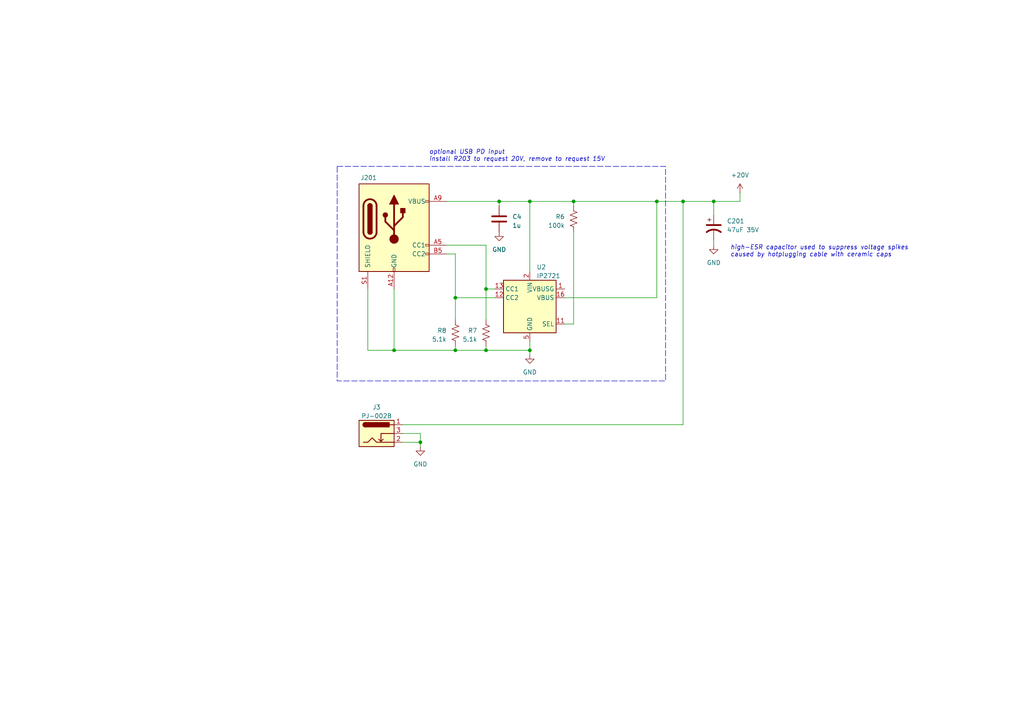
<source format=kicad_sch>
(kicad_sch
	(version 20250114)
	(generator "eeschema")
	(generator_version "9.0")
	(uuid "62756053-8f92-41aa-9a46-2fc6947760b2")
	(paper "A4")
	(lib_symbols
		(symbol "Connector:Barrel_Jack_Switch"
			(pin_names
				(hide yes)
			)
			(exclude_from_sim no)
			(in_bom yes)
			(on_board yes)
			(property "Reference" "J"
				(at 0 5.334 0)
				(effects
					(font
						(size 1.27 1.27)
					)
				)
			)
			(property "Value" "Barrel_Jack_Switch"
				(at 0 -5.08 0)
				(effects
					(font
						(size 1.27 1.27)
					)
				)
			)
			(property "Footprint" ""
				(at 1.27 -1.016 0)
				(effects
					(font
						(size 1.27 1.27)
					)
					(hide yes)
				)
			)
			(property "Datasheet" "~"
				(at 1.27 -1.016 0)
				(effects
					(font
						(size 1.27 1.27)
					)
					(hide yes)
				)
			)
			(property "Description" "DC Barrel Jack with an internal switch"
				(at 0 0 0)
				(effects
					(font
						(size 1.27 1.27)
					)
					(hide yes)
				)
			)
			(property "ki_keywords" "DC power barrel jack connector"
				(at 0 0 0)
				(effects
					(font
						(size 1.27 1.27)
					)
					(hide yes)
				)
			)
			(property "ki_fp_filters" "BarrelJack*"
				(at 0 0 0)
				(effects
					(font
						(size 1.27 1.27)
					)
					(hide yes)
				)
			)
			(symbol "Barrel_Jack_Switch_0_1"
				(rectangle
					(start -5.08 3.81)
					(end 5.08 -3.81)
					(stroke
						(width 0.254)
						(type default)
					)
					(fill
						(type background)
					)
				)
				(polyline
					(pts
						(xy -3.81 -2.54) (xy -2.54 -2.54) (xy -1.27 -1.27) (xy 0 -2.54) (xy 2.54 -2.54) (xy 5.08 -2.54)
					)
					(stroke
						(width 0.254)
						(type default)
					)
					(fill
						(type none)
					)
				)
				(arc
					(start -3.302 1.905)
					(mid -3.9343 2.54)
					(end -3.302 3.175)
					(stroke
						(width 0.254)
						(type default)
					)
					(fill
						(type none)
					)
				)
				(arc
					(start -3.302 1.905)
					(mid -3.9343 2.54)
					(end -3.302 3.175)
					(stroke
						(width 0.254)
						(type default)
					)
					(fill
						(type outline)
					)
				)
				(polyline
					(pts
						(xy 1.27 -2.286) (xy 1.905 -1.651)
					)
					(stroke
						(width 0.254)
						(type default)
					)
					(fill
						(type none)
					)
				)
				(rectangle
					(start 3.683 3.175)
					(end -3.302 1.905)
					(stroke
						(width 0.254)
						(type default)
					)
					(fill
						(type outline)
					)
				)
				(polyline
					(pts
						(xy 5.08 2.54) (xy 3.81 2.54)
					)
					(stroke
						(width 0.254)
						(type default)
					)
					(fill
						(type none)
					)
				)
				(polyline
					(pts
						(xy 5.08 0) (xy 1.27 0) (xy 1.27 -2.286) (xy 0.635 -1.651)
					)
					(stroke
						(width 0.254)
						(type default)
					)
					(fill
						(type none)
					)
				)
			)
			(symbol "Barrel_Jack_Switch_1_1"
				(pin passive line
					(at 7.62 2.54 180)
					(length 2.54)
					(name "~"
						(effects
							(font
								(size 1.27 1.27)
							)
						)
					)
					(number "1"
						(effects
							(font
								(size 1.27 1.27)
							)
						)
					)
				)
				(pin passive line
					(at 7.62 0 180)
					(length 2.54)
					(name "~"
						(effects
							(font
								(size 1.27 1.27)
							)
						)
					)
					(number "3"
						(effects
							(font
								(size 1.27 1.27)
							)
						)
					)
				)
				(pin passive line
					(at 7.62 -2.54 180)
					(length 2.54)
					(name "~"
						(effects
							(font
								(size 1.27 1.27)
							)
						)
					)
					(number "2"
						(effects
							(font
								(size 1.27 1.27)
							)
						)
					)
				)
			)
			(embedded_fonts no)
		)
		(symbol "Connector:USB_C_Receptacle_PowerOnly_6P"
			(pin_names
				(offset 1.016)
			)
			(exclude_from_sim no)
			(in_bom yes)
			(on_board yes)
			(property "Reference" "J"
				(at 0 16.51 0)
				(effects
					(font
						(size 1.27 1.27)
					)
					(justify bottom)
				)
			)
			(property "Value" "USB_C_Receptacle_PowerOnly_6P"
				(at 0 13.97 0)
				(effects
					(font
						(size 1.27 1.27)
					)
					(justify bottom)
				)
			)
			(property "Footprint" ""
				(at 3.81 2.54 0)
				(effects
					(font
						(size 1.27 1.27)
					)
					(hide yes)
				)
			)
			(property "Datasheet" "https://www.usb.org/sites/default/files/documents/usb_type-c.zip"
				(at 0 0 0)
				(effects
					(font
						(size 1.27 1.27)
					)
					(hide yes)
				)
			)
			(property "Description" "USB Power-Only 6P Type-C Receptacle connector"
				(at 0 0 0)
				(effects
					(font
						(size 1.27 1.27)
					)
					(hide yes)
				)
			)
			(property "ki_keywords" "usb universal serial bus type-C power-only charging-only 6P 6C"
				(at 0 0 0)
				(effects
					(font
						(size 1.27 1.27)
					)
					(hide yes)
				)
			)
			(property "ki_fp_filters" "USB*C*Receptacle*"
				(at 0 0 0)
				(effects
					(font
						(size 1.27 1.27)
					)
					(hide yes)
				)
			)
			(symbol "USB_C_Receptacle_PowerOnly_6P_0_0"
				(rectangle
					(start -0.254 -12.7)
					(end 0.254 -11.684)
					(stroke
						(width 0)
						(type default)
					)
					(fill
						(type none)
					)
				)
				(rectangle
					(start 10.16 7.874)
					(end 9.144 7.366)
					(stroke
						(width 0)
						(type default)
					)
					(fill
						(type none)
					)
				)
				(rectangle
					(start 10.16 -4.826)
					(end 9.144 -5.334)
					(stroke
						(width 0)
						(type default)
					)
					(fill
						(type none)
					)
				)
				(rectangle
					(start 10.16 -7.366)
					(end 9.144 -7.874)
					(stroke
						(width 0)
						(type default)
					)
					(fill
						(type none)
					)
				)
			)
			(symbol "USB_C_Receptacle_PowerOnly_6P_0_1"
				(rectangle
					(start -10.16 12.7)
					(end 10.16 -12.7)
					(stroke
						(width 0.254)
						(type default)
					)
					(fill
						(type background)
					)
				)
				(polyline
					(pts
						(xy -8.89 -1.27) (xy -8.89 6.35)
					)
					(stroke
						(width 0.508)
						(type default)
					)
					(fill
						(type none)
					)
				)
				(rectangle
					(start -7.62 -1.27)
					(end -6.35 6.35)
					(stroke
						(width 0.254)
						(type default)
					)
					(fill
						(type outline)
					)
				)
				(arc
					(start -7.62 6.35)
					(mid -6.985 6.9823)
					(end -6.35 6.35)
					(stroke
						(width 0.254)
						(type default)
					)
					(fill
						(type none)
					)
				)
				(arc
					(start -7.62 6.35)
					(mid -6.985 6.9823)
					(end -6.35 6.35)
					(stroke
						(width 0.254)
						(type default)
					)
					(fill
						(type outline)
					)
				)
				(arc
					(start -8.89 6.35)
					(mid -6.985 8.2467)
					(end -5.08 6.35)
					(stroke
						(width 0.508)
						(type default)
					)
					(fill
						(type none)
					)
				)
				(arc
					(start -5.08 -1.27)
					(mid -6.985 -3.1667)
					(end -8.89 -1.27)
					(stroke
						(width 0.508)
						(type default)
					)
					(fill
						(type none)
					)
				)
				(arc
					(start -6.35 -1.27)
					(mid -6.985 -1.9023)
					(end -7.62 -1.27)
					(stroke
						(width 0.254)
						(type default)
					)
					(fill
						(type none)
					)
				)
				(arc
					(start -6.35 -1.27)
					(mid -6.985 -1.9023)
					(end -7.62 -1.27)
					(stroke
						(width 0.254)
						(type default)
					)
					(fill
						(type outline)
					)
				)
				(polyline
					(pts
						(xy -5.08 6.35) (xy -5.08 -1.27)
					)
					(stroke
						(width 0.508)
						(type default)
					)
					(fill
						(type none)
					)
				)
				(circle
					(center -2.54 3.683)
					(radius 0.635)
					(stroke
						(width 0.254)
						(type default)
					)
					(fill
						(type outline)
					)
				)
				(polyline
					(pts
						(xy -1.27 6.858) (xy 0 9.398) (xy 1.27 6.858) (xy -1.27 6.858)
					)
					(stroke
						(width 0.254)
						(type default)
					)
					(fill
						(type outline)
					)
				)
				(polyline
					(pts
						(xy 0 0.508) (xy 2.54 3.048) (xy 2.54 4.318)
					)
					(stroke
						(width 0.508)
						(type default)
					)
					(fill
						(type none)
					)
				)
				(polyline
					(pts
						(xy 0 -0.762) (xy -2.54 1.778) (xy -2.54 3.048)
					)
					(stroke
						(width 0.508)
						(type default)
					)
					(fill
						(type none)
					)
				)
				(polyline
					(pts
						(xy 0 -3.302) (xy 0 6.858)
					)
					(stroke
						(width 0.508)
						(type default)
					)
					(fill
						(type none)
					)
				)
				(circle
					(center 0 -3.302)
					(radius 1.27)
					(stroke
						(width 0)
						(type default)
					)
					(fill
						(type outline)
					)
				)
				(rectangle
					(start 1.905 4.318)
					(end 3.175 5.588)
					(stroke
						(width 0.254)
						(type default)
					)
					(fill
						(type outline)
					)
				)
			)
			(symbol "USB_C_Receptacle_PowerOnly_6P_1_1"
				(pin passive line
					(at -7.62 -17.78 90)
					(length 5.08)
					(name "SHIELD"
						(effects
							(font
								(size 1.27 1.27)
							)
						)
					)
					(number "S1"
						(effects
							(font
								(size 1.27 1.27)
							)
						)
					)
				)
				(pin passive line
					(at 0 -17.78 90)
					(length 5.08)
					(name "GND"
						(effects
							(font
								(size 1.27 1.27)
							)
						)
					)
					(number "A12"
						(effects
							(font
								(size 1.27 1.27)
							)
						)
					)
				)
				(pin passive line
					(at 0 -17.78 90)
					(length 5.08)
					(hide yes)
					(name "GND"
						(effects
							(font
								(size 1.27 1.27)
							)
						)
					)
					(number "B12"
						(effects
							(font
								(size 1.27 1.27)
							)
						)
					)
				)
				(pin passive line
					(at 15.24 7.62 180)
					(length 5.08)
					(name "VBUS"
						(effects
							(font
								(size 1.27 1.27)
							)
						)
					)
					(number "A9"
						(effects
							(font
								(size 1.27 1.27)
							)
						)
					)
				)
				(pin passive line
					(at 15.24 7.62 180)
					(length 5.08)
					(hide yes)
					(name "VBUS"
						(effects
							(font
								(size 1.27 1.27)
							)
						)
					)
					(number "B9"
						(effects
							(font
								(size 1.27 1.27)
							)
						)
					)
				)
				(pin bidirectional line
					(at 15.24 -5.08 180)
					(length 5.08)
					(name "CC1"
						(effects
							(font
								(size 1.27 1.27)
							)
						)
					)
					(number "A5"
						(effects
							(font
								(size 1.27 1.27)
							)
						)
					)
				)
				(pin bidirectional line
					(at 15.24 -7.62 180)
					(length 5.08)
					(name "CC2"
						(effects
							(font
								(size 1.27 1.27)
							)
						)
					)
					(number "B5"
						(effects
							(font
								(size 1.27 1.27)
							)
						)
					)
				)
			)
			(embedded_fonts no)
		)
		(symbol "Device:C"
			(pin_numbers
				(hide yes)
			)
			(pin_names
				(offset 0.254)
			)
			(exclude_from_sim no)
			(in_bom yes)
			(on_board yes)
			(property "Reference" "C"
				(at 0.635 2.54 0)
				(effects
					(font
						(size 1.27 1.27)
					)
					(justify left)
				)
			)
			(property "Value" "C"
				(at 0.635 -2.54 0)
				(effects
					(font
						(size 1.27 1.27)
					)
					(justify left)
				)
			)
			(property "Footprint" ""
				(at 0.9652 -3.81 0)
				(effects
					(font
						(size 1.27 1.27)
					)
					(hide yes)
				)
			)
			(property "Datasheet" "~"
				(at 0 0 0)
				(effects
					(font
						(size 1.27 1.27)
					)
					(hide yes)
				)
			)
			(property "Description" "Unpolarized capacitor"
				(at 0 0 0)
				(effects
					(font
						(size 1.27 1.27)
					)
					(hide yes)
				)
			)
			(property "ki_keywords" "cap capacitor"
				(at 0 0 0)
				(effects
					(font
						(size 1.27 1.27)
					)
					(hide yes)
				)
			)
			(property "ki_fp_filters" "C_*"
				(at 0 0 0)
				(effects
					(font
						(size 1.27 1.27)
					)
					(hide yes)
				)
			)
			(symbol "C_0_1"
				(polyline
					(pts
						(xy -2.032 0.762) (xy 2.032 0.762)
					)
					(stroke
						(width 0.508)
						(type default)
					)
					(fill
						(type none)
					)
				)
				(polyline
					(pts
						(xy -2.032 -0.762) (xy 2.032 -0.762)
					)
					(stroke
						(width 0.508)
						(type default)
					)
					(fill
						(type none)
					)
				)
			)
			(symbol "C_1_1"
				(pin passive line
					(at 0 3.81 270)
					(length 2.794)
					(name "~"
						(effects
							(font
								(size 1.27 1.27)
							)
						)
					)
					(number "1"
						(effects
							(font
								(size 1.27 1.27)
							)
						)
					)
				)
				(pin passive line
					(at 0 -3.81 90)
					(length 2.794)
					(name "~"
						(effects
							(font
								(size 1.27 1.27)
							)
						)
					)
					(number "2"
						(effects
							(font
								(size 1.27 1.27)
							)
						)
					)
				)
			)
			(embedded_fonts no)
		)
		(symbol "Device:C_Polarized_US"
			(pin_numbers
				(hide yes)
			)
			(pin_names
				(offset 0.254)
				(hide yes)
			)
			(exclude_from_sim no)
			(in_bom yes)
			(on_board yes)
			(property "Reference" "C"
				(at 0.635 2.54 0)
				(effects
					(font
						(size 1.27 1.27)
					)
					(justify left)
				)
			)
			(property "Value" "C_Polarized_US"
				(at 0.635 -2.54 0)
				(effects
					(font
						(size 1.27 1.27)
					)
					(justify left)
				)
			)
			(property "Footprint" ""
				(at 0 0 0)
				(effects
					(font
						(size 1.27 1.27)
					)
					(hide yes)
				)
			)
			(property "Datasheet" "~"
				(at 0 0 0)
				(effects
					(font
						(size 1.27 1.27)
					)
					(hide yes)
				)
			)
			(property "Description" "Polarized capacitor, US symbol"
				(at 0 0 0)
				(effects
					(font
						(size 1.27 1.27)
					)
					(hide yes)
				)
			)
			(property "ki_keywords" "cap capacitor"
				(at 0 0 0)
				(effects
					(font
						(size 1.27 1.27)
					)
					(hide yes)
				)
			)
			(property "ki_fp_filters" "CP_*"
				(at 0 0 0)
				(effects
					(font
						(size 1.27 1.27)
					)
					(hide yes)
				)
			)
			(symbol "C_Polarized_US_0_1"
				(polyline
					(pts
						(xy -2.032 0.762) (xy 2.032 0.762)
					)
					(stroke
						(width 0.508)
						(type default)
					)
					(fill
						(type none)
					)
				)
				(polyline
					(pts
						(xy -1.778 2.286) (xy -0.762 2.286)
					)
					(stroke
						(width 0)
						(type default)
					)
					(fill
						(type none)
					)
				)
				(polyline
					(pts
						(xy -1.27 1.778) (xy -1.27 2.794)
					)
					(stroke
						(width 0)
						(type default)
					)
					(fill
						(type none)
					)
				)
				(arc
					(start -2.032 -1.27)
					(mid 0 -0.5572)
					(end 2.032 -1.27)
					(stroke
						(width 0.508)
						(type default)
					)
					(fill
						(type none)
					)
				)
			)
			(symbol "C_Polarized_US_1_1"
				(pin passive line
					(at 0 3.81 270)
					(length 2.794)
					(name "~"
						(effects
							(font
								(size 1.27 1.27)
							)
						)
					)
					(number "1"
						(effects
							(font
								(size 1.27 1.27)
							)
						)
					)
				)
				(pin passive line
					(at 0 -3.81 90)
					(length 3.302)
					(name "~"
						(effects
							(font
								(size 1.27 1.27)
							)
						)
					)
					(number "2"
						(effects
							(font
								(size 1.27 1.27)
							)
						)
					)
				)
			)
			(embedded_fonts no)
		)
		(symbol "Device:R_US"
			(pin_numbers
				(hide yes)
			)
			(pin_names
				(offset 0)
			)
			(exclude_from_sim no)
			(in_bom yes)
			(on_board yes)
			(property "Reference" "R"
				(at 2.54 0 90)
				(effects
					(font
						(size 1.27 1.27)
					)
				)
			)
			(property "Value" "R_US"
				(at -2.54 0 90)
				(effects
					(font
						(size 1.27 1.27)
					)
				)
			)
			(property "Footprint" ""
				(at 1.016 -0.254 90)
				(effects
					(font
						(size 1.27 1.27)
					)
					(hide yes)
				)
			)
			(property "Datasheet" "~"
				(at 0 0 0)
				(effects
					(font
						(size 1.27 1.27)
					)
					(hide yes)
				)
			)
			(property "Description" "Resistor, US symbol"
				(at 0 0 0)
				(effects
					(font
						(size 1.27 1.27)
					)
					(hide yes)
				)
			)
			(property "ki_keywords" "R res resistor"
				(at 0 0 0)
				(effects
					(font
						(size 1.27 1.27)
					)
					(hide yes)
				)
			)
			(property "ki_fp_filters" "R_*"
				(at 0 0 0)
				(effects
					(font
						(size 1.27 1.27)
					)
					(hide yes)
				)
			)
			(symbol "R_US_0_1"
				(polyline
					(pts
						(xy 0 2.286) (xy 0 2.54)
					)
					(stroke
						(width 0)
						(type default)
					)
					(fill
						(type none)
					)
				)
				(polyline
					(pts
						(xy 0 2.286) (xy 1.016 1.905) (xy 0 1.524) (xy -1.016 1.143) (xy 0 0.762)
					)
					(stroke
						(width 0)
						(type default)
					)
					(fill
						(type none)
					)
				)
				(polyline
					(pts
						(xy 0 0.762) (xy 1.016 0.381) (xy 0 0) (xy -1.016 -0.381) (xy 0 -0.762)
					)
					(stroke
						(width 0)
						(type default)
					)
					(fill
						(type none)
					)
				)
				(polyline
					(pts
						(xy 0 -0.762) (xy 1.016 -1.143) (xy 0 -1.524) (xy -1.016 -1.905) (xy 0 -2.286)
					)
					(stroke
						(width 0)
						(type default)
					)
					(fill
						(type none)
					)
				)
				(polyline
					(pts
						(xy 0 -2.286) (xy 0 -2.54)
					)
					(stroke
						(width 0)
						(type default)
					)
					(fill
						(type none)
					)
				)
			)
			(symbol "R_US_1_1"
				(pin passive line
					(at 0 3.81 270)
					(length 1.27)
					(name "~"
						(effects
							(font
								(size 1.27 1.27)
							)
						)
					)
					(number "1"
						(effects
							(font
								(size 1.27 1.27)
							)
						)
					)
				)
				(pin passive line
					(at 0 -3.81 90)
					(length 1.27)
					(name "~"
						(effects
							(font
								(size 1.27 1.27)
							)
						)
					)
					(number "2"
						(effects
							(font
								(size 1.27 1.27)
							)
						)
					)
				)
			)
			(embedded_fonts no)
		)
		(symbol "Interface_USB:IP2721"
			(exclude_from_sim no)
			(in_bom yes)
			(on_board yes)
			(property "Reference" "U"
				(at 5.08 -10.16 0)
				(effects
					(font
						(size 1.27 1.27)
					)
				)
			)
			(property "Value" "IP2721"
				(at 7.62 -12.7 0)
				(effects
					(font
						(size 1.27 1.27)
					)
				)
			)
			(property "Footprint" "Package_SO:TSSOP-16_4.4x5mm_P0.65mm"
				(at 0 -20.32 0)
				(effects
					(font
						(size 1.27 1.27)
					)
					(hide yes)
				)
			)
			(property "Datasheet" "https://datasheet.lcsc.com/lcsc/2006111335_INJOINIC-IP2721_C603176.pdf"
				(at 0 0 0)
				(effects
					(font
						(size 1.27 1.27)
					)
					(hide yes)
				)
			)
			(property "Description" "USB TYPEC  PD Controller Interface, TSSOP-16"
				(at 0 0 0)
				(effects
					(font
						(size 1.27 1.27)
					)
					(hide yes)
				)
			)
			(property "ki_keywords" "USB TYPEC PD"
				(at 0 0 0)
				(effects
					(font
						(size 1.27 1.27)
					)
					(hide yes)
				)
			)
			(property "ki_fp_filters" "TSSOP*16*4.4x5mm*P0.65mm*"
				(at 0 0 0)
				(effects
					(font
						(size 1.27 1.27)
					)
					(hide yes)
				)
			)
			(symbol "IP2721_0_1"
				(rectangle
					(start -7.62 7.62)
					(end 7.62 -7.62)
					(stroke
						(width 0.254)
						(type default)
					)
					(fill
						(type background)
					)
				)
			)
			(symbol "IP2721_1_1"
				(pin bidirectional line
					(at -10.16 5.08 0)
					(length 2.54)
					(name "CC1"
						(effects
							(font
								(size 1.27 1.27)
							)
						)
					)
					(number "13"
						(effects
							(font
								(size 1.27 1.27)
							)
						)
					)
				)
				(pin bidirectional line
					(at -10.16 2.54 0)
					(length 2.54)
					(name "CC2"
						(effects
							(font
								(size 1.27 1.27)
							)
						)
					)
					(number "12"
						(effects
							(font
								(size 1.27 1.27)
							)
						)
					)
				)
				(pin no_connect line
					(at -7.62 -2.54 0)
					(length 2.54)
					(hide yes)
					(name "NC"
						(effects
							(font
								(size 1.27 1.27)
							)
						)
					)
					(number "4"
						(effects
							(font
								(size 1.27 1.27)
							)
						)
					)
				)
				(pin no_connect line
					(at -5.08 7.62 270)
					(length 2.54)
					(hide yes)
					(name "NC"
						(effects
							(font
								(size 1.27 1.27)
							)
						)
					)
					(number "3"
						(effects
							(font
								(size 1.27 1.27)
							)
						)
					)
				)
				(pin no_connect line
					(at -5.08 -7.62 90)
					(length 2.54)
					(hide yes)
					(name "NC"
						(effects
							(font
								(size 1.27 1.27)
							)
						)
					)
					(number "9"
						(effects
							(font
								(size 1.27 1.27)
							)
						)
					)
				)
				(pin no_connect line
					(at -2.54 7.62 270)
					(length 2.54)
					(hide yes)
					(name "NC"
						(effects
							(font
								(size 1.27 1.27)
							)
						)
					)
					(number "6"
						(effects
							(font
								(size 1.27 1.27)
							)
						)
					)
				)
				(pin no_connect line
					(at -2.54 -7.62 90)
					(length 2.54)
					(hide yes)
					(name "NC"
						(effects
							(font
								(size 1.27 1.27)
							)
						)
					)
					(number "10"
						(effects
							(font
								(size 1.27 1.27)
							)
						)
					)
				)
				(pin power_in line
					(at 0 10.16 270)
					(length 2.54)
					(name "VIN"
						(effects
							(font
								(size 1.27 1.27)
							)
						)
					)
					(number "2"
						(effects
							(font
								(size 1.27 1.27)
							)
						)
					)
				)
				(pin power_in line
					(at 0 -10.16 90)
					(length 2.54)
					(name "GND"
						(effects
							(font
								(size 1.27 1.27)
							)
						)
					)
					(number "5"
						(effects
							(font
								(size 1.27 1.27)
							)
						)
					)
				)
				(pin no_connect line
					(at 2.54 7.62 90)
					(length 2.54)
					(hide yes)
					(name "NC"
						(effects
							(font
								(size 1.27 1.27)
							)
						)
					)
					(number "7"
						(effects
							(font
								(size 1.27 1.27)
							)
						)
					)
				)
				(pin no_connect line
					(at 2.54 -7.62 90)
					(length 2.54)
					(hide yes)
					(name "NC"
						(effects
							(font
								(size 1.27 1.27)
							)
						)
					)
					(number "14"
						(effects
							(font
								(size 1.27 1.27)
							)
						)
					)
				)
				(pin no_connect line
					(at 5.08 7.62 90)
					(length 2.54)
					(hide yes)
					(name "NC"
						(effects
							(font
								(size 1.27 1.27)
							)
						)
					)
					(number "8"
						(effects
							(font
								(size 1.27 1.27)
							)
						)
					)
				)
				(pin no_connect line
					(at 5.08 -7.62 90)
					(length 2.54)
					(hide yes)
					(name "NC"
						(effects
							(font
								(size 1.27 1.27)
							)
						)
					)
					(number "15"
						(effects
							(font
								(size 1.27 1.27)
							)
						)
					)
				)
				(pin output line
					(at 10.16 5.08 180)
					(length 2.54)
					(name "VBUSG"
						(effects
							(font
								(size 1.27 1.27)
							)
						)
					)
					(number "1"
						(effects
							(font
								(size 1.27 1.27)
							)
						)
					)
				)
				(pin input line
					(at 10.16 2.54 180)
					(length 2.54)
					(name "VBUS"
						(effects
							(font
								(size 1.27 1.27)
							)
						)
					)
					(number "16"
						(effects
							(font
								(size 1.27 1.27)
							)
						)
					)
				)
				(pin input line
					(at 10.16 -5.08 180)
					(length 2.54)
					(name "SEL"
						(effects
							(font
								(size 1.27 1.27)
							)
						)
					)
					(number "11"
						(effects
							(font
								(size 1.27 1.27)
							)
						)
					)
				)
			)
			(embedded_fonts no)
		)
		(symbol "power:+24V"
			(power)
			(pin_numbers
				(hide yes)
			)
			(pin_names
				(offset 0)
				(hide yes)
			)
			(exclude_from_sim no)
			(in_bom yes)
			(on_board yes)
			(property "Reference" "#PWR"
				(at 0 -3.81 0)
				(effects
					(font
						(size 1.27 1.27)
					)
					(hide yes)
				)
			)
			(property "Value" "+24V"
				(at 0 3.556 0)
				(effects
					(font
						(size 1.27 1.27)
					)
				)
			)
			(property "Footprint" ""
				(at 0 0 0)
				(effects
					(font
						(size 1.27 1.27)
					)
					(hide yes)
				)
			)
			(property "Datasheet" ""
				(at 0 0 0)
				(effects
					(font
						(size 1.27 1.27)
					)
					(hide yes)
				)
			)
			(property "Description" "Power symbol creates a global label with name \"+24V\""
				(at 0 0 0)
				(effects
					(font
						(size 1.27 1.27)
					)
					(hide yes)
				)
			)
			(property "ki_keywords" "global power"
				(at 0 0 0)
				(effects
					(font
						(size 1.27 1.27)
					)
					(hide yes)
				)
			)
			(symbol "+24V_0_1"
				(polyline
					(pts
						(xy -0.762 1.27) (xy 0 2.54)
					)
					(stroke
						(width 0)
						(type default)
					)
					(fill
						(type none)
					)
				)
				(polyline
					(pts
						(xy 0 2.54) (xy 0.762 1.27)
					)
					(stroke
						(width 0)
						(type default)
					)
					(fill
						(type none)
					)
				)
				(polyline
					(pts
						(xy 0 0) (xy 0 2.54)
					)
					(stroke
						(width 0)
						(type default)
					)
					(fill
						(type none)
					)
				)
			)
			(symbol "+24V_1_1"
				(pin power_in line
					(at 0 0 90)
					(length 0)
					(name "~"
						(effects
							(font
								(size 1.27 1.27)
							)
						)
					)
					(number "1"
						(effects
							(font
								(size 1.27 1.27)
							)
						)
					)
				)
			)
			(embedded_fonts no)
		)
		(symbol "power:GND"
			(power)
			(pin_names
				(offset 0)
			)
			(exclude_from_sim no)
			(in_bom yes)
			(on_board yes)
			(property "Reference" "#PWR"
				(at 0 -6.35 0)
				(effects
					(font
						(size 1.27 1.27)
					)
					(hide yes)
				)
			)
			(property "Value" "GND"
				(at 0 -3.81 0)
				(effects
					(font
						(size 1.27 1.27)
					)
				)
			)
			(property "Footprint" ""
				(at 0 0 0)
				(effects
					(font
						(size 1.27 1.27)
					)
					(hide yes)
				)
			)
			(property "Datasheet" ""
				(at 0 0 0)
				(effects
					(font
						(size 1.27 1.27)
					)
					(hide yes)
				)
			)
			(property "Description" "Power symbol creates a global label with name \"GND\" , ground"
				(at 0 0 0)
				(effects
					(font
						(size 1.27 1.27)
					)
					(hide yes)
				)
			)
			(property "ki_keywords" "global power"
				(at 0 0 0)
				(effects
					(font
						(size 1.27 1.27)
					)
					(hide yes)
				)
			)
			(symbol "GND_0_1"
				(polyline
					(pts
						(xy 0 0) (xy 0 -1.27) (xy 1.27 -1.27) (xy 0 -2.54) (xy -1.27 -1.27) (xy 0 -1.27)
					)
					(stroke
						(width 0)
						(type default)
					)
					(fill
						(type none)
					)
				)
			)
			(symbol "GND_1_1"
				(pin power_in line
					(at 0 0 270)
					(length 0)
					(hide yes)
					(name "GND"
						(effects
							(font
								(size 1.27 1.27)
							)
						)
					)
					(number "1"
						(effects
							(font
								(size 1.27 1.27)
							)
						)
					)
				)
			)
			(embedded_fonts no)
		)
	)
	(rectangle
		(start 97.79 48.26)
		(end 193.04 110.49)
		(stroke
			(width 0)
			(type dash)
		)
		(fill
			(type none)
		)
		(uuid 796311aa-81ec-4ccf-97e8-7b7105dbed67)
	)
	(text "optional USB PD input\ninstall R203 to request 20V, remove to request 15V"
		(exclude_from_sim no)
		(at 124.46 46.99 0)
		(effects
			(font
				(size 1.27 1.27)
				(italic yes)
			)
			(justify left bottom)
		)
		(uuid "a2ec0c3b-4340-4245-964d-58bde42e7104")
	)
	(text "high-ESR capacitor used to suppress voltage spikes \ncaused by hotplugging cable with ceramic caps"
		(exclude_from_sim no)
		(at 211.836 74.676 0)
		(effects
			(font
				(size 1.27 1.27)
				(italic yes)
			)
			(justify left bottom)
		)
		(uuid "e5f6d523-65ec-43eb-8919-81822710e0fd")
	)
	(junction
		(at 132.08 86.36)
		(diameter 0)
		(color 0 0 0 0)
		(uuid "270291f4-0d0d-457a-9bbd-5ec0da387111")
	)
	(junction
		(at 121.92 128.27)
		(diameter 0)
		(color 0 0 0 0)
		(uuid "281448b9-27f8-438f-b156-67efa9ec5582")
	)
	(junction
		(at 190.5 58.42)
		(diameter 0)
		(color 0 0 0 0)
		(uuid "58b03b9a-166b-4b27-928a-77a8793bbb66")
	)
	(junction
		(at 132.08 101.6)
		(diameter 0)
		(color 0 0 0 0)
		(uuid "6048bd87-edc4-4e1a-88c6-9d59e56a960a")
	)
	(junction
		(at 153.67 58.42)
		(diameter 0)
		(color 0 0 0 0)
		(uuid "6df2c057-2c69-4d16-9e39-c5573a06bffe")
	)
	(junction
		(at 198.12 58.42)
		(diameter 0)
		(color 0 0 0 0)
		(uuid "8911d8ee-8f6d-4446-9e8a-76729f48c42a")
	)
	(junction
		(at 207.01 58.42)
		(diameter 0)
		(color 0 0 0 0)
		(uuid "943d1b27-a161-4f08-9f5f-9ef21ef81ee3")
	)
	(junction
		(at 166.37 58.42)
		(diameter 0)
		(color 0 0 0 0)
		(uuid "954ffaa7-5a72-4251-b8d8-dbfeb189c7c8")
	)
	(junction
		(at 140.97 101.6)
		(diameter 0)
		(color 0 0 0 0)
		(uuid "a9c38d1f-ac37-4243-bc9b-d8b995cf7eae")
	)
	(junction
		(at 153.67 101.6)
		(diameter 0)
		(color 0 0 0 0)
		(uuid "bc0baf35-fb55-4abb-bbf7-50992592dd21")
	)
	(junction
		(at 114.3 101.6)
		(diameter 0)
		(color 0 0 0 0)
		(uuid "c6af0049-4223-4859-a76b-87877a2b1d31")
	)
	(junction
		(at 140.97 83.82)
		(diameter 0)
		(color 0 0 0 0)
		(uuid "cc9d0e1e-d00c-4ba0-8dc0-d750e4de6510")
	)
	(junction
		(at 144.78 58.42)
		(diameter 0)
		(color 0 0 0 0)
		(uuid "fac69fba-d407-43e8-90f8-b6f43f24f576")
	)
	(wire
		(pts
			(xy 140.97 100.33) (xy 140.97 101.6)
		)
		(stroke
			(width 0)
			(type default)
		)
		(uuid "02801d47-2f2a-4eea-ac65-1de30ee2abe2")
	)
	(wire
		(pts
			(xy 132.08 101.6) (xy 132.08 100.33)
		)
		(stroke
			(width 0)
			(type default)
		)
		(uuid "068f3a7d-c74c-4f53-bef0-d6f8f1d29284")
	)
	(wire
		(pts
			(xy 114.3 101.6) (xy 106.68 101.6)
		)
		(stroke
			(width 0)
			(type default)
		)
		(uuid "0aa8fb17-5914-4a0e-9d42-9c0124215e89")
	)
	(wire
		(pts
			(xy 132.08 101.6) (xy 140.97 101.6)
		)
		(stroke
			(width 0)
			(type default)
		)
		(uuid "0cd17908-32cd-42e0-a885-2fe9eb767755")
	)
	(wire
		(pts
			(xy 140.97 83.82) (xy 140.97 92.71)
		)
		(stroke
			(width 0)
			(type default)
		)
		(uuid "111e086f-dfcd-4f7a-9fce-760f781a06e7")
	)
	(wire
		(pts
			(xy 207.01 58.42) (xy 214.63 58.42)
		)
		(stroke
			(width 0)
			(type default)
		)
		(uuid "1bba054b-a696-4b79-a699-da7e3df1171b")
	)
	(wire
		(pts
			(xy 166.37 58.42) (xy 190.5 58.42)
		)
		(stroke
			(width 0)
			(type default)
		)
		(uuid "20f44743-bd73-4160-9feb-fc606f104ad4")
	)
	(wire
		(pts
			(xy 140.97 101.6) (xy 153.67 101.6)
		)
		(stroke
			(width 0)
			(type default)
		)
		(uuid "2258fc11-36de-43cf-9ef0-8c53264fb1c9")
	)
	(wire
		(pts
			(xy 129.54 58.42) (xy 144.78 58.42)
		)
		(stroke
			(width 0)
			(type default)
		)
		(uuid "2b56a4e5-eece-4713-aca8-ffdfba031c47")
	)
	(wire
		(pts
			(xy 190.5 86.36) (xy 163.83 86.36)
		)
		(stroke
			(width 0)
			(type default)
		)
		(uuid "395d47ca-c94d-4db3-bf15-ca01d39acb90")
	)
	(wire
		(pts
			(xy 121.92 125.73) (xy 121.92 128.27)
		)
		(stroke
			(width 0)
			(type default)
		)
		(uuid "3b0bd82d-02c1-44c0-9985-f8fdde975f02")
	)
	(wire
		(pts
			(xy 121.92 128.27) (xy 121.92 129.54)
		)
		(stroke
			(width 0)
			(type default)
		)
		(uuid "3fd4f179-5890-41f3-9c3f-0dbab0d330ed")
	)
	(wire
		(pts
			(xy 114.3 83.82) (xy 114.3 101.6)
		)
		(stroke
			(width 0)
			(type default)
		)
		(uuid "4220c492-7142-455f-a08c-48a1c0949f3c")
	)
	(wire
		(pts
			(xy 144.78 58.42) (xy 144.78 59.69)
		)
		(stroke
			(width 0)
			(type default)
		)
		(uuid "479f22bb-885c-4d6e-aa62-bd0b19b4d850")
	)
	(wire
		(pts
			(xy 190.5 58.42) (xy 198.12 58.42)
		)
		(stroke
			(width 0)
			(type default)
		)
		(uuid "4bb22ca3-e46d-4984-b4d4-84df9444ed2f")
	)
	(wire
		(pts
			(xy 153.67 99.06) (xy 153.67 101.6)
		)
		(stroke
			(width 0)
			(type default)
		)
		(uuid "4d90022b-ea1a-4307-b87b-9054ac723118")
	)
	(wire
		(pts
			(xy 106.68 83.82) (xy 106.68 101.6)
		)
		(stroke
			(width 0)
			(type default)
		)
		(uuid "56505e59-aef8-4e35-b733-8a45ff449730")
	)
	(wire
		(pts
			(xy 114.3 101.6) (xy 132.08 101.6)
		)
		(stroke
			(width 0)
			(type default)
		)
		(uuid "5733b790-7149-4d5d-a39a-398ce67eaac5")
	)
	(wire
		(pts
			(xy 207.01 58.42) (xy 198.12 58.42)
		)
		(stroke
			(width 0)
			(type default)
		)
		(uuid "58ef8b8b-3bf2-429e-8097-fddedffda1bd")
	)
	(wire
		(pts
			(xy 129.54 71.12) (xy 140.97 71.12)
		)
		(stroke
			(width 0)
			(type default)
		)
		(uuid "6192f2bc-a12c-4591-8747-5b0229334dea")
	)
	(wire
		(pts
			(xy 153.67 58.42) (xy 166.37 58.42)
		)
		(stroke
			(width 0)
			(type default)
		)
		(uuid "695e307f-6ef0-4267-a74e-db8ecc34467f")
	)
	(wire
		(pts
			(xy 121.92 128.27) (xy 116.84 128.27)
		)
		(stroke
			(width 0)
			(type default)
		)
		(uuid "6d0b79e2-0bce-459f-b82a-672dbb27690c")
	)
	(wire
		(pts
			(xy 116.84 125.73) (xy 121.92 125.73)
		)
		(stroke
			(width 0)
			(type default)
		)
		(uuid "7453bc80-7e3e-4494-9532-098e8c1e0164")
	)
	(wire
		(pts
			(xy 116.84 123.19) (xy 198.12 123.19)
		)
		(stroke
			(width 0)
			(type default)
		)
		(uuid "7818a50e-154e-4c66-a3ae-449d34a8f51c")
	)
	(wire
		(pts
			(xy 214.63 55.88) (xy 214.63 58.42)
		)
		(stroke
			(width 0)
			(type default)
		)
		(uuid "7c92e78b-3431-459d-86b9-6e790aacde9d")
	)
	(wire
		(pts
			(xy 190.5 58.42) (xy 190.5 86.36)
		)
		(stroke
			(width 0)
			(type default)
		)
		(uuid "86228951-3c59-487f-9c08-5c3896626563")
	)
	(wire
		(pts
			(xy 198.12 123.19) (xy 198.12 58.42)
		)
		(stroke
			(width 0)
			(type default)
		)
		(uuid "9a71e2d2-56e0-47f0-97a2-a241501d81d3")
	)
	(wire
		(pts
			(xy 132.08 73.66) (xy 129.54 73.66)
		)
		(stroke
			(width 0)
			(type default)
		)
		(uuid "9da1e92f-ab5a-4d4c-be7b-83a10d889807")
	)
	(wire
		(pts
			(xy 153.67 102.87) (xy 153.67 101.6)
		)
		(stroke
			(width 0)
			(type default)
		)
		(uuid "9f483dd4-abe5-4757-bab1-f6775ef60914")
	)
	(wire
		(pts
			(xy 207.01 62.23) (xy 207.01 58.42)
		)
		(stroke
			(width 0)
			(type default)
		)
		(uuid "aad81eaa-66a1-44df-a31e-4fe3b213f327")
	)
	(wire
		(pts
			(xy 140.97 83.82) (xy 143.51 83.82)
		)
		(stroke
			(width 0)
			(type default)
		)
		(uuid "aec540c0-9c10-4790-b113-efcdd5f2de42")
	)
	(wire
		(pts
			(xy 166.37 93.98) (xy 166.37 67.31)
		)
		(stroke
			(width 0)
			(type default)
		)
		(uuid "b27f6613-6268-4004-a785-6ced1dbe4f5a")
	)
	(wire
		(pts
			(xy 144.78 58.42) (xy 153.67 58.42)
		)
		(stroke
			(width 0)
			(type default)
		)
		(uuid "bbf9caed-2d56-4397-bacb-88ee8c6b00ce")
	)
	(wire
		(pts
			(xy 153.67 58.42) (xy 153.67 78.74)
		)
		(stroke
			(width 0)
			(type default)
		)
		(uuid "c3f9c830-af10-48ba-b586-06283ce06c6f")
	)
	(wire
		(pts
			(xy 163.83 93.98) (xy 166.37 93.98)
		)
		(stroke
			(width 0)
			(type default)
		)
		(uuid "c8b5a00d-73a2-4ba1-86cb-6fc9d2b3cf43")
	)
	(wire
		(pts
			(xy 132.08 86.36) (xy 132.08 73.66)
		)
		(stroke
			(width 0)
			(type default)
		)
		(uuid "d893330b-167a-45d5-ab9f-5507517135c4")
	)
	(wire
		(pts
			(xy 207.01 71.12) (xy 207.01 69.85)
		)
		(stroke
			(width 0)
			(type default)
		)
		(uuid "db4bf17c-2c9f-471d-a9dd-0459769dea2c")
	)
	(wire
		(pts
			(xy 140.97 71.12) (xy 140.97 83.82)
		)
		(stroke
			(width 0)
			(type default)
		)
		(uuid "eac73d06-86fb-4c33-b93c-a3ba2dd43f2b")
	)
	(wire
		(pts
			(xy 166.37 58.42) (xy 166.37 59.69)
		)
		(stroke
			(width 0)
			(type default)
		)
		(uuid "ef8ef2ed-db81-4ae0-bac8-b6bf5b329ea5")
	)
	(wire
		(pts
			(xy 132.08 92.71) (xy 132.08 86.36)
		)
		(stroke
			(width 0)
			(type default)
		)
		(uuid "f4aa2fd2-219e-44dd-a1f1-04c91fdb52fb")
	)
	(wire
		(pts
			(xy 132.08 86.36) (xy 143.51 86.36)
		)
		(stroke
			(width 0)
			(type default)
		)
		(uuid "fe353aeb-c528-4ba3-9f47-1d74a878189a")
	)
	(symbol
		(lib_id "Device:C_Polarized_US")
		(at 207.01 66.04 0)
		(unit 1)
		(exclude_from_sim no)
		(in_bom yes)
		(on_board yes)
		(dnp no)
		(fields_autoplaced yes)
		(uuid "15fa3437-963f-4a64-b702-765b70ca8b6e")
		(property "Reference" "C201"
			(at 210.82 64.1349 0)
			(effects
				(font
					(size 1.27 1.27)
				)
				(justify left)
			)
		)
		(property "Value" "47uF 35V"
			(at 210.82 66.6749 0)
			(effects
				(font
					(size 1.27 1.27)
				)
				(justify left)
			)
		)
		(property "Footprint" "Capacitor_SMD:CP_Elec_6.3x5.8"
			(at 207.01 66.04 0)
			(effects
				(font
					(size 1.27 1.27)
				)
				(hide yes)
			)
		)
		(property "Datasheet" "~"
			(at 207.01 66.04 0)
			(effects
				(font
					(size 1.27 1.27)
				)
				(hide yes)
			)
		)
		(property "Description" "Polarized capacitor, US symbol"
			(at 207.01 66.04 0)
			(effects
				(font
					(size 1.27 1.27)
				)
				(hide yes)
			)
		)
		(property "LCSC" "C178565"
			(at 207.01 66.04 0)
			(effects
				(font
					(size 1.27 1.27)
				)
				(hide yes)
			)
		)
		(property "MPN" "EEEFK1V470P"
			(at 207.01 66.04 0)
			(effects
				(font
					(size 1.27 1.27)
				)
				(hide yes)
			)
		)
		(property "Sim.Enable" ""
			(at 207.01 66.04 0)
			(effects
				(font
					(size 1.27 1.27)
				)
			)
		)
		(pin "1"
			(uuid "ae6a3ae1-8da8-49e1-9c96-2145d3ecc93d")
		)
		(pin "2"
			(uuid "691ac617-23f2-44a4-8f1f-1e6be501a930")
		)
		(instances
			(project ""
				(path "/63cba488-b124-45a5-8c04-7c074fb2a8aa/afcc1f7d-e242-43c5-82be-e1054f4bb4ab"
					(reference "C201")
					(unit 1)
				)
			)
		)
	)
	(symbol
		(lib_id "power:GND")
		(at 144.78 67.31 0)
		(unit 1)
		(exclude_from_sim no)
		(in_bom yes)
		(on_board yes)
		(dnp no)
		(fields_autoplaced yes)
		(uuid "1a8b9e5f-ad01-4a8b-a086-c981e6fb077e")
		(property "Reference" "#PWR09"
			(at 144.78 73.66 0)
			(effects
				(font
					(size 1.27 1.27)
				)
				(hide yes)
			)
		)
		(property "Value" "GND"
			(at 144.78 72.39 0)
			(effects
				(font
					(size 1.27 1.27)
				)
			)
		)
		(property "Footprint" ""
			(at 144.78 67.31 0)
			(effects
				(font
					(size 1.27 1.27)
				)
				(hide yes)
			)
		)
		(property "Datasheet" ""
			(at 144.78 67.31 0)
			(effects
				(font
					(size 1.27 1.27)
				)
				(hide yes)
			)
		)
		(property "Description" ""
			(at 144.78 67.31 0)
			(effects
				(font
					(size 1.27 1.27)
				)
				(hide yes)
			)
		)
		(pin "1"
			(uuid "efcc2c05-6be4-456d-8a93-2f62f2bde7f5")
		)
		(instances
			(project "boostdriver-al8853"
				(path "/00727dd6-05dc-45da-8b8a-290f08de5929"
					(reference "#PWR09")
					(unit 1)
				)
				(path "/00727dd6-05dc-45da-8b8a-290f08de5929/3744c170-bbff-4e9f-bb30-8b581ef6d196"
					(reference "#PWR0202")
					(unit 1)
				)
			)
			(project "backlight"
				(path "/63cba488-b124-45a5-8c04-7c074fb2a8aa/afcc1f7d-e242-43c5-82be-e1054f4bb4ab"
					(reference "#PWR09")
					(unit 1)
				)
			)
		)
	)
	(symbol
		(lib_id "Connector:USB_C_Receptacle_PowerOnly_6P")
		(at 114.3 66.04 0)
		(unit 1)
		(exclude_from_sim no)
		(in_bom yes)
		(on_board yes)
		(dnp no)
		(uuid "2312c88a-883e-4aae-8147-b770f88ced96")
		(property "Reference" "J201"
			(at 106.934 51.562 0)
			(effects
				(font
					(size 1.27 1.27)
				)
			)
		)
		(property "Value" "USB_C_Receptacle_PowerOnly_6P"
			(at 114.3 50.8 0)
			(effects
				(font
					(size 1.27 1.27)
				)
				(hide yes)
			)
		)
		(property "Footprint" "Custom:USB_C_Receptacle_6PIN_generic"
			(at 118.11 63.5 0)
			(effects
				(font
					(size 1.27 1.27)
				)
				(hide yes)
			)
		)
		(property "Datasheet" "https://www.usb.org/sites/default/files/documents/usb_type-c.zip"
			(at 114.3 66.04 0)
			(effects
				(font
					(size 1.27 1.27)
				)
				(hide yes)
			)
		)
		(property "Description" "USB Power-Only 6P Type-C Receptacle connector"
			(at 114.3 66.04 0)
			(effects
				(font
					(size 1.27 1.27)
				)
				(hide yes)
			)
		)
		(property "LCSC" "C668623"
			(at 114.3 66.04 0)
			(effects
				(font
					(size 1.27 1.27)
				)
				(hide yes)
			)
		)
		(property "MPN" "TYPE-C 6P(073) "
			(at 114.3 66.04 0)
			(effects
				(font
					(size 1.27 1.27)
				)
				(hide yes)
			)
		)
		(property "Sim.Enable" ""
			(at 114.3 66.04 0)
			(effects
				(font
					(size 1.27 1.27)
				)
			)
		)
		(pin "S1"
			(uuid "21ef5baf-f10c-4fe2-b120-405144f0ebff")
		)
		(pin "B5"
			(uuid "62c83c2d-6bcc-44aa-ae78-dea3db056110")
		)
		(pin "B12"
			(uuid "b1edf6ba-ff59-4ad4-a6be-808698717125")
		)
		(pin "A5"
			(uuid "cd4bcd01-795e-4d6d-90ee-ff6b814caf3c")
		)
		(pin "A9"
			(uuid "772def7f-ff0a-4a5e-a2d2-243d50a2c847")
		)
		(pin "A12"
			(uuid "04b25cd6-6d49-4726-8258-6ad16712a6f6")
		)
		(pin "B9"
			(uuid "0238ead2-e0fd-46af-a347-241ce80b81a4")
		)
		(instances
			(project ""
				(path "/63cba488-b124-45a5-8c04-7c074fb2a8aa/afcc1f7d-e242-43c5-82be-e1054f4bb4ab"
					(reference "J201")
					(unit 1)
				)
			)
		)
	)
	(symbol
		(lib_id "power:+24V")
		(at 214.63 55.88 0)
		(unit 1)
		(exclude_from_sim no)
		(in_bom yes)
		(on_board yes)
		(dnp no)
		(fields_autoplaced yes)
		(uuid "27bc65f9-72eb-4896-b396-78b1b909bff9")
		(property "Reference" "#PWR03"
			(at 214.63 59.69 0)
			(effects
				(font
					(size 1.27 1.27)
				)
				(hide yes)
			)
		)
		(property "Value" "+20V"
			(at 214.63 50.8 0)
			(effects
				(font
					(size 1.27 1.27)
				)
			)
		)
		(property "Footprint" ""
			(at 214.63 55.88 0)
			(effects
				(font
					(size 1.27 1.27)
				)
				(hide yes)
			)
		)
		(property "Datasheet" ""
			(at 214.63 55.88 0)
			(effects
				(font
					(size 1.27 1.27)
				)
				(hide yes)
			)
		)
		(property "Description" "Power symbol creates a global label with name \"+24V\""
			(at 214.63 55.88 0)
			(effects
				(font
					(size 1.27 1.27)
				)
				(hide yes)
			)
		)
		(pin "1"
			(uuid "07e5facb-d83a-4196-9567-445dfbd1699b")
		)
		(instances
			(project "backlight"
				(path "/63cba488-b124-45a5-8c04-7c074fb2a8aa/afcc1f7d-e242-43c5-82be-e1054f4bb4ab"
					(reference "#PWR03")
					(unit 1)
				)
			)
		)
	)
	(symbol
		(lib_id "power:GND")
		(at 207.01 71.12 0)
		(unit 1)
		(exclude_from_sim no)
		(in_bom yes)
		(on_board yes)
		(dnp no)
		(fields_autoplaced yes)
		(uuid "3b7948c7-0d0a-44da-ba38-bb3f29e1f0fc")
		(property "Reference" "#PWR0103"
			(at 207.01 77.47 0)
			(effects
				(font
					(size 1.27 1.27)
				)
				(hide yes)
			)
		)
		(property "Value" "GND"
			(at 207.01 76.2 0)
			(effects
				(font
					(size 1.27 1.27)
				)
			)
		)
		(property "Footprint" ""
			(at 207.01 71.12 0)
			(effects
				(font
					(size 1.27 1.27)
				)
				(hide yes)
			)
		)
		(property "Datasheet" ""
			(at 207.01 71.12 0)
			(effects
				(font
					(size 1.27 1.27)
				)
				(hide yes)
			)
		)
		(property "Description" ""
			(at 207.01 71.12 0)
			(effects
				(font
					(size 1.27 1.27)
				)
				(hide yes)
			)
		)
		(pin "1"
			(uuid "1fdd8ba3-b80d-4ee3-8f6e-72d05ea61c06")
		)
		(instances
			(project "backlight"
				(path "/63cba488-b124-45a5-8c04-7c074fb2a8aa/afcc1f7d-e242-43c5-82be-e1054f4bb4ab"
					(reference "#PWR0103")
					(unit 1)
				)
			)
		)
	)
	(symbol
		(lib_id "Device:R_US")
		(at 140.97 96.52 0)
		(unit 1)
		(exclude_from_sim no)
		(in_bom yes)
		(on_board yes)
		(dnp no)
		(uuid "3c84289c-f62a-4d78-8169-0d651791e9d4")
		(property "Reference" "R7"
			(at 138.43 95.885 0)
			(effects
				(font
					(size 1.27 1.27)
				)
				(justify right)
			)
		)
		(property "Value" "5.1k"
			(at 138.43 98.425 0)
			(effects
				(font
					(size 1.27 1.27)
				)
				(justify right)
			)
		)
		(property "Footprint" "Resistor_SMD:R_0603_1608Metric"
			(at 141.986 96.774 90)
			(effects
				(font
					(size 1.27 1.27)
				)
				(hide yes)
			)
		)
		(property "Datasheet" "~"
			(at 140.97 96.52 0)
			(effects
				(font
					(size 1.27 1.27)
				)
				(hide yes)
			)
		)
		(property "Description" ""
			(at 140.97 96.52 0)
			(effects
				(font
					(size 1.27 1.27)
				)
				(hide yes)
			)
		)
		(property "Note" "1%"
			(at 140.97 96.52 0)
			(effects
				(font
					(size 1.27 1.27)
				)
				(hide yes)
			)
		)
		(property "MPN" "Generic 5.1KOhm 0603 5%"
			(at 140.97 96.52 0)
			(effects
				(font
					(size 1.27 1.27)
				)
				(hide yes)
			)
		)
		(property "LCSC" "C23186"
			(at 140.97 96.52 0)
			(effects
				(font
					(size 1.27 1.27)
				)
				(hide yes)
			)
		)
		(property "Sim.Enable" ""
			(at 140.97 96.52 0)
			(effects
				(font
					(size 1.27 1.27)
				)
			)
		)
		(pin "1"
			(uuid "db14b0f4-4e39-4de9-990b-d00cc52b7de1")
		)
		(pin "2"
			(uuid "f46e29aa-5ac9-4ea3-9412-4c8208466b9e")
		)
		(instances
			(project "boostdriver-al8853"
				(path "/00727dd6-05dc-45da-8b8a-290f08de5929"
					(reference "R7")
					(unit 1)
				)
				(path "/00727dd6-05dc-45da-8b8a-290f08de5929/3744c170-bbff-4e9f-bb30-8b581ef6d196"
					(reference "R202")
					(unit 1)
				)
			)
			(project "backlight"
				(path "/63cba488-b124-45a5-8c04-7c074fb2a8aa/afcc1f7d-e242-43c5-82be-e1054f4bb4ab"
					(reference "R7")
					(unit 1)
				)
			)
		)
	)
	(symbol
		(lib_id "power:GND")
		(at 121.92 129.54 0)
		(unit 1)
		(exclude_from_sim no)
		(in_bom yes)
		(on_board yes)
		(dnp no)
		(fields_autoplaced yes)
		(uuid "422d64af-e67c-401b-8755-2b53c0c73f81")
		(property "Reference" "#PWR06"
			(at 121.92 135.89 0)
			(effects
				(font
					(size 1.27 1.27)
				)
				(hide yes)
			)
		)
		(property "Value" "GND"
			(at 121.92 134.62 0)
			(effects
				(font
					(size 1.27 1.27)
				)
			)
		)
		(property "Footprint" ""
			(at 121.92 129.54 0)
			(effects
				(font
					(size 1.27 1.27)
				)
				(hide yes)
			)
		)
		(property "Datasheet" ""
			(at 121.92 129.54 0)
			(effects
				(font
					(size 1.27 1.27)
				)
				(hide yes)
			)
		)
		(property "Description" ""
			(at 121.92 129.54 0)
			(effects
				(font
					(size 1.27 1.27)
				)
				(hide yes)
			)
		)
		(pin "1"
			(uuid "8a6f078f-f7c6-4ab4-9eac-eec5a822943e")
		)
		(instances
			(project "boostdriver-al8853"
				(path "/00727dd6-05dc-45da-8b8a-290f08de5929"
					(reference "#PWR06")
					(unit 1)
				)
				(path "/00727dd6-05dc-45da-8b8a-290f08de5929/3744c170-bbff-4e9f-bb30-8b581ef6d196"
					(reference "#PWR0201")
					(unit 1)
				)
			)
			(project "backlight"
				(path "/63cba488-b124-45a5-8c04-7c074fb2a8aa/afcc1f7d-e242-43c5-82be-e1054f4bb4ab"
					(reference "#PWR06")
					(unit 1)
				)
			)
		)
	)
	(symbol
		(lib_id "power:GND")
		(at 153.67 102.87 0)
		(unit 1)
		(exclude_from_sim no)
		(in_bom yes)
		(on_board yes)
		(dnp no)
		(fields_autoplaced yes)
		(uuid "47a3c7f6-3e74-4afb-aa86-49f2e4ecc9ca")
		(property "Reference" "#PWR0101"
			(at 153.67 109.22 0)
			(effects
				(font
					(size 1.27 1.27)
				)
				(hide yes)
			)
		)
		(property "Value" "GND"
			(at 153.67 107.95 0)
			(effects
				(font
					(size 1.27 1.27)
				)
			)
		)
		(property "Footprint" ""
			(at 153.67 102.87 0)
			(effects
				(font
					(size 1.27 1.27)
				)
				(hide yes)
			)
		)
		(property "Datasheet" ""
			(at 153.67 102.87 0)
			(effects
				(font
					(size 1.27 1.27)
				)
				(hide yes)
			)
		)
		(property "Description" ""
			(at 153.67 102.87 0)
			(effects
				(font
					(size 1.27 1.27)
				)
				(hide yes)
			)
		)
		(pin "1"
			(uuid "f4f18663-11c7-40fd-affc-16a0b79fe9ae")
		)
		(instances
			(project "boostdriver-al8853"
				(path "/00727dd6-05dc-45da-8b8a-290f08de5929"
					(reference "#PWR04")
					(unit 1)
				)
				(path "/00727dd6-05dc-45da-8b8a-290f08de5929/3744c170-bbff-4e9f-bb30-8b581ef6d196"
					(reference "#PWR0203")
					(unit 1)
				)
			)
			(project "backlight"
				(path "/63cba488-b124-45a5-8c04-7c074fb2a8aa/afcc1f7d-e242-43c5-82be-e1054f4bb4ab"
					(reference "#PWR0101")
					(unit 1)
				)
			)
		)
	)
	(symbol
		(lib_id "Interface_USB:IP2721")
		(at 153.67 88.9 0)
		(unit 1)
		(exclude_from_sim no)
		(in_bom yes)
		(on_board yes)
		(dnp no)
		(fields_autoplaced yes)
		(uuid "6512f8ed-5a39-4521-83eb-f3857560aeb8")
		(property "Reference" "U2"
			(at 155.6259 77.47 0)
			(effects
				(font
					(size 1.27 1.27)
				)
				(justify left)
			)
		)
		(property "Value" "IP2721"
			(at 155.6259 80.01 0)
			(effects
				(font
					(size 1.27 1.27)
				)
				(justify left)
			)
		)
		(property "Footprint" "Package_SO:TSSOP-16_4.4x5mm_P0.65mm"
			(at 153.67 109.22 0)
			(effects
				(font
					(size 1.27 1.27)
				)
				(hide yes)
			)
		)
		(property "Datasheet" "https://datasheet.lcsc.com/lcsc/2006111335_INJOINIC-IP2721_C603176.pdf"
			(at 153.67 88.9 0)
			(effects
				(font
					(size 1.27 1.27)
				)
				(hide yes)
			)
		)
		(property "Description" ""
			(at 153.67 88.9 0)
			(effects
				(font
					(size 1.27 1.27)
				)
				(hide yes)
			)
		)
		(property "Note" ""
			(at 153.67 88.9 0)
			(effects
				(font
					(size 1.27 1.27)
				)
				(hide yes)
			)
		)
		(property "MPN" "IP2721"
			(at 153.67 88.9 0)
			(effects
				(font
					(size 1.27 1.27)
				)
				(hide yes)
			)
		)
		(property "LCSC" "C603176"
			(at 153.67 88.9 0)
			(effects
				(font
					(size 1.27 1.27)
				)
				(hide yes)
			)
		)
		(property "Sim.Enable" ""
			(at 153.67 88.9 0)
			(effects
				(font
					(size 1.27 1.27)
				)
			)
		)
		(pin "1"
			(uuid "9f70173e-b557-4a40-8ea6-7dea679537d6")
		)
		(pin "10"
			(uuid "5bffe515-789d-46ac-bd72-a0cd2704850f")
		)
		(pin "11"
			(uuid "08ca3416-bcb3-4872-bd6d-d7fbc119dcec")
		)
		(pin "12"
			(uuid "f7274279-c99d-420b-b217-9c04cb5fbd0e")
		)
		(pin "13"
			(uuid "a113cd93-5d73-4177-a0f1-d38c390523aa")
		)
		(pin "14"
			(uuid "9f211eed-7a40-4ba8-bac5-0d4dab570434")
		)
		(pin "15"
			(uuid "979ce783-b472-44b1-a33c-48c7b0bc7bdc")
		)
		(pin "16"
			(uuid "ecacdc23-9a4a-48e9-bbf6-7dda017ca5d1")
		)
		(pin "2"
			(uuid "0b758183-6c2c-471e-9adc-a67da4dd6a7c")
		)
		(pin "3"
			(uuid "f520dc26-4f04-4bb6-a078-96bbb65a87b6")
		)
		(pin "4"
			(uuid "86649e90-ed0f-4840-9615-39bc76e583c5")
		)
		(pin "5"
			(uuid "fee8e50e-fb8d-4f05-a70f-b920913c35d4")
		)
		(pin "6"
			(uuid "a98a76ee-5938-4b75-a651-95b6f1618ce1")
		)
		(pin "7"
			(uuid "dbe3be5d-1e42-487a-8d83-bd6bdf47111c")
		)
		(pin "8"
			(uuid "d791a639-a0ba-4e72-86df-80cc19dd20f8")
		)
		(pin "9"
			(uuid "5a6b28fd-5a20-44be-beee-f48b43a52d99")
		)
		(instances
			(project "boostdriver-al8853"
				(path "/00727dd6-05dc-45da-8b8a-290f08de5929"
					(reference "U2")
					(unit 1)
				)
				(path "/00727dd6-05dc-45da-8b8a-290f08de5929/3744c170-bbff-4e9f-bb30-8b581ef6d196"
					(reference "U201")
					(unit 1)
				)
			)
			(project "backlight"
				(path "/63cba488-b124-45a5-8c04-7c074fb2a8aa/afcc1f7d-e242-43c5-82be-e1054f4bb4ab"
					(reference "U2")
					(unit 1)
				)
			)
		)
	)
	(symbol
		(lib_id "Device:C")
		(at 144.78 63.5 180)
		(unit 1)
		(exclude_from_sim no)
		(in_bom yes)
		(on_board yes)
		(dnp no)
		(fields_autoplaced yes)
		(uuid "84ec6ba4-b429-41e8-b956-a396d13bd84d")
		(property "Reference" "C4"
			(at 148.59 62.865 0)
			(effects
				(font
					(size 1.27 1.27)
				)
				(justify right)
			)
		)
		(property "Value" "1u"
			(at 148.59 65.405 0)
			(effects
				(font
					(size 1.27 1.27)
				)
				(justify right)
			)
		)
		(property "Footprint" "Capacitor_SMD:C_0805_2012Metric"
			(at 143.8148 59.69 0)
			(effects
				(font
					(size 1.27 1.27)
				)
				(hide yes)
			)
		)
		(property "Datasheet" "~"
			(at 144.78 63.5 0)
			(effects
				(font
					(size 1.27 1.27)
				)
				(hide yes)
			)
		)
		(property "Description" ""
			(at 144.78 63.5 0)
			(effects
				(font
					(size 1.27 1.27)
				)
				(hide yes)
			)
		)
		(property "Note" "35V X7R"
			(at 144.78 63.5 0)
			(effects
				(font
					(size 1.27 1.27)
				)
				(hide yes)
			)
		)
		(property "MPN" "Generic 1uF 50V 0805 X7R"
			(at 144.78 63.5 0)
			(effects
				(font
					(size 1.27 1.27)
				)
				(hide yes)
			)
		)
		(property "LCSC" "C28323"
			(at 144.78 63.5 0)
			(effects
				(font
					(size 1.27 1.27)
				)
				(hide yes)
			)
		)
		(property "Sim.Enable" ""
			(at 144.78 63.5 0)
			(effects
				(font
					(size 1.27 1.27)
				)
			)
		)
		(pin "1"
			(uuid "541fe4aa-33e6-404d-a2f0-61be6176f3a5")
		)
		(pin "2"
			(uuid "b12b763c-9eaa-4119-9056-6df711d455a9")
		)
		(instances
			(project "boostdriver-al8853"
				(path "/00727dd6-05dc-45da-8b8a-290f08de5929"
					(reference "C4")
					(unit 1)
				)
				(path "/00727dd6-05dc-45da-8b8a-290f08de5929/3744c170-bbff-4e9f-bb30-8b581ef6d196"
					(reference "C201")
					(unit 1)
				)
			)
			(project "backlight"
				(path "/63cba488-b124-45a5-8c04-7c074fb2a8aa/afcc1f7d-e242-43c5-82be-e1054f4bb4ab"
					(reference "C4")
					(unit 1)
				)
			)
		)
	)
	(symbol
		(lib_id "Connector:Barrel_Jack_Switch")
		(at 109.22 125.73 0)
		(unit 1)
		(exclude_from_sim no)
		(in_bom yes)
		(on_board yes)
		(dnp no)
		(fields_autoplaced yes)
		(uuid "919a989f-9fcb-4824-9bed-f49a4d4d9836")
		(property "Reference" "J3"
			(at 109.22 118.11 0)
			(effects
				(font
					(size 1.27 1.27)
				)
			)
		)
		(property "Value" "PJ-002B"
			(at 109.22 120.65 0)
			(effects
				(font
					(size 1.27 1.27)
				)
			)
		)
		(property "Footprint" "Custom:BarrelJack_GCT_DCJ200-10-A_Horizontal"
			(at 110.49 126.746 0)
			(effects
				(font
					(size 1.27 1.27)
				)
				(hide yes)
			)
		)
		(property "Datasheet" "~"
			(at 110.49 126.746 0)
			(effects
				(font
					(size 1.27 1.27)
				)
				(hide yes)
			)
		)
		(property "Description" ""
			(at 109.22 125.73 0)
			(effects
				(font
					(size 1.27 1.27)
				)
				(hide yes)
			)
		)
		(property "Note" ""
			(at 109.22 125.73 0)
			(effects
				(font
					(size 1.27 1.27)
				)
				(hide yes)
			)
		)
		(property "MPN" "DC-005-2.5A-2.0"
			(at 109.22 125.73 0)
			(effects
				(font
					(size 1.27 1.27)
				)
				(hide yes)
			)
		)
		(property "LCSC" "C319099"
			(at 109.22 125.73 0)
			(effects
				(font
					(size 1.27 1.27)
				)
				(hide yes)
			)
		)
		(property "Sim.Enable" ""
			(at 109.22 125.73 0)
			(effects
				(font
					(size 1.27 1.27)
				)
			)
		)
		(pin "1"
			(uuid "327923c1-459d-448b-8cc7-3775a220dee2")
		)
		(pin "2"
			(uuid "70ad1a59-d555-443d-a9e2-72a08bffd437")
		)
		(pin "3"
			(uuid "c7aa8390-4ed5-4057-8de7-efffa9c647ee")
		)
		(instances
			(project "boostdriver-al8853"
				(path "/00727dd6-05dc-45da-8b8a-290f08de5929"
					(reference "J3")
					(unit 1)
				)
				(path "/00727dd6-05dc-45da-8b8a-290f08de5929/3744c170-bbff-4e9f-bb30-8b581ef6d196"
					(reference "J201")
					(unit 1)
				)
			)
			(project "backlight"
				(path "/63cba488-b124-45a5-8c04-7c074fb2a8aa/afcc1f7d-e242-43c5-82be-e1054f4bb4ab"
					(reference "J3")
					(unit 1)
				)
			)
			(project "dimmer"
				(path "/e63e39d7-6ac0-4ffd-8aa3-1841a4541b55"
					(reference "J3")
					(unit 1)
				)
			)
		)
	)
	(symbol
		(lib_id "Device:R_US")
		(at 166.37 63.5 0)
		(unit 1)
		(exclude_from_sim no)
		(in_bom yes)
		(on_board yes)
		(dnp no)
		(uuid "d9aaef31-7376-4800-a991-153378b0a47b")
		(property "Reference" "R6"
			(at 163.83 62.865 0)
			(effects
				(font
					(size 1.27 1.27)
				)
				(justify right)
			)
		)
		(property "Value" "100k"
			(at 163.83 65.405 0)
			(effects
				(font
					(size 1.27 1.27)
				)
				(justify right)
			)
		)
		(property "Footprint" "Resistor_SMD:R_0603_1608Metric"
			(at 167.386 63.754 90)
			(effects
				(font
					(size 1.27 1.27)
				)
				(hide yes)
			)
		)
		(property "Datasheet" "~"
			(at 166.37 63.5 0)
			(effects
				(font
					(size 1.27 1.27)
				)
				(hide yes)
			)
		)
		(property "Description" ""
			(at 166.37 63.5 0)
			(effects
				(font
					(size 1.27 1.27)
				)
				(hide yes)
			)
		)
		(property "Note" "1%"
			(at 166.37 63.5 0)
			(effects
				(font
					(size 1.27 1.27)
				)
				(hide yes)
			)
		)
		(property "MPN" "Generic 100KOhm 0603 5%"
			(at 166.37 63.5 0)
			(effects
				(font
					(size 1.27 1.27)
				)
				(hide yes)
			)
		)
		(property "LCSC" "C25803"
			(at 166.37 63.5 0)
			(effects
				(font
					(size 1.27 1.27)
				)
				(hide yes)
			)
		)
		(property "Sim.Enable" ""
			(at 166.37 63.5 0)
			(effects
				(font
					(size 1.27 1.27)
				)
			)
		)
		(pin "1"
			(uuid "725a4668-6e21-4e1b-8714-949564fdb63a")
		)
		(pin "2"
			(uuid "460e1149-79be-40c8-98cb-a89125430518")
		)
		(instances
			(project "boostdriver-al8853"
				(path "/00727dd6-05dc-45da-8b8a-290f08de5929"
					(reference "R6")
					(unit 1)
				)
				(path "/00727dd6-05dc-45da-8b8a-290f08de5929/3744c170-bbff-4e9f-bb30-8b581ef6d196"
					(reference "R203")
					(unit 1)
				)
			)
			(project "backlight"
				(path "/63cba488-b124-45a5-8c04-7c074fb2a8aa/afcc1f7d-e242-43c5-82be-e1054f4bb4ab"
					(reference "R6")
					(unit 1)
				)
			)
		)
	)
	(symbol
		(lib_id "Device:R_US")
		(at 132.08 96.52 0)
		(unit 1)
		(exclude_from_sim no)
		(in_bom yes)
		(on_board yes)
		(dnp no)
		(uuid "f5df197b-7671-43e0-930c-8212db47276f")
		(property "Reference" "R8"
			(at 129.54 95.885 0)
			(effects
				(font
					(size 1.27 1.27)
				)
				(justify right)
			)
		)
		(property "Value" "5.1k"
			(at 129.54 98.425 0)
			(effects
				(font
					(size 1.27 1.27)
				)
				(justify right)
			)
		)
		(property "Footprint" "Resistor_SMD:R_0603_1608Metric"
			(at 133.096 96.774 90)
			(effects
				(font
					(size 1.27 1.27)
				)
				(hide yes)
			)
		)
		(property "Datasheet" "~"
			(at 132.08 96.52 0)
			(effects
				(font
					(size 1.27 1.27)
				)
				(hide yes)
			)
		)
		(property "Description" ""
			(at 132.08 96.52 0)
			(effects
				(font
					(size 1.27 1.27)
				)
				(hide yes)
			)
		)
		(property "Note" "1%"
			(at 132.08 96.52 0)
			(effects
				(font
					(size 1.27 1.27)
				)
				(hide yes)
			)
		)
		(property "MPN" "Generic 5.1KOhm 0603 5%"
			(at 132.08 96.52 0)
			(effects
				(font
					(size 1.27 1.27)
				)
				(hide yes)
			)
		)
		(property "LCSC" "C23186"
			(at 132.08 96.52 0)
			(effects
				(font
					(size 1.27 1.27)
				)
				(hide yes)
			)
		)
		(property "Sim.Enable" ""
			(at 132.08 96.52 0)
			(effects
				(font
					(size 1.27 1.27)
				)
			)
		)
		(pin "1"
			(uuid "07bb9270-e82c-42c1-84b8-1e245d41588f")
		)
		(pin "2"
			(uuid "bb6a79a5-f788-4d92-af43-6ab741915612")
		)
		(instances
			(project "boostdriver-al8853"
				(path "/00727dd6-05dc-45da-8b8a-290f08de5929"
					(reference "R8")
					(unit 1)
				)
				(path "/00727dd6-05dc-45da-8b8a-290f08de5929/3744c170-bbff-4e9f-bb30-8b581ef6d196"
					(reference "R201")
					(unit 1)
				)
			)
			(project "backlight"
				(path "/63cba488-b124-45a5-8c04-7c074fb2a8aa/afcc1f7d-e242-43c5-82be-e1054f4bb4ab"
					(reference "R8")
					(unit 1)
				)
			)
		)
	)
)

</source>
